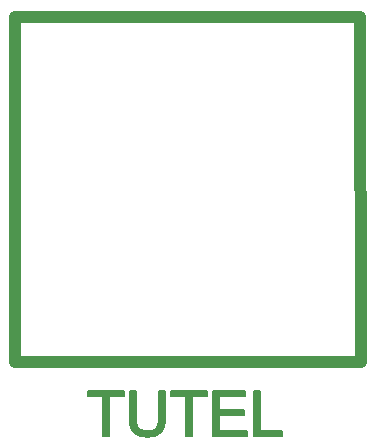
<source format=gbr>
%TF.GenerationSoftware,KiCad,Pcbnew,(6.0.4)*%
%TF.CreationDate,2022-04-30T20:49:41+02:00*%
%TF.ProjectId,switchplate,73776974-6368-4706-9c61-74652e6b6963,rev?*%
%TF.SameCoordinates,Original*%
%TF.FileFunction,Legend,Top*%
%TF.FilePolarity,Positive*%
%FSLAX46Y46*%
G04 Gerber Fmt 4.6, Leading zero omitted, Abs format (unit mm)*
G04 Created by KiCad (PCBNEW (6.0.4)) date 2022-04-30 20:49:41*
%MOMM*%
%LPD*%
G01*
G04 APERTURE LIST*
%ADD10C,1.000000*%
%ADD11C,0.132499*%
%ADD12C,3.800000*%
%ADD13C,2.600000*%
G04 APERTURE END LIST*
D10*
X135890000Y-79630000D02*
X135880000Y-108890000D01*
D11*
G36*
X155406502Y-111779127D02*
G01*
X153168915Y-111779127D01*
X153168915Y-112939260D01*
X155264390Y-112939260D01*
X155264390Y-113383672D01*
X153168915Y-113383672D01*
X153168915Y-114672994D01*
X155494347Y-114672994D01*
X155494347Y-115119993D01*
X152667656Y-115120000D01*
X152667656Y-111332128D01*
X155406502Y-111332128D01*
X155406502Y-111779127D01*
G37*
X155406502Y-111779127D02*
X153168915Y-111779127D01*
X153168915Y-112939260D01*
X155264390Y-112939260D01*
X155264390Y-113383672D01*
X153168915Y-113383672D01*
X153168915Y-114672994D01*
X155494347Y-114672994D01*
X155494347Y-115119993D01*
X152667656Y-115120000D01*
X152667656Y-111332128D01*
X155406502Y-111332128D01*
X155406502Y-111779127D01*
D10*
X165140000Y-79640000D02*
X135890000Y-79630000D01*
X135880000Y-108890000D02*
X165140000Y-108900000D01*
D11*
G36*
X156667405Y-114672994D02*
G01*
X158532920Y-114672994D01*
X158532920Y-115119993D01*
X156166146Y-115120000D01*
X156166146Y-111332128D01*
X156667405Y-111332128D01*
X156667405Y-114672994D01*
G37*
X156667405Y-114672994D02*
X158532920Y-114672994D01*
X158532920Y-115119993D01*
X156166146Y-115120000D01*
X156166146Y-111332128D01*
X156667405Y-111332128D01*
X156667405Y-114672994D01*
G36*
X146112527Y-113518033D02*
G01*
X146113940Y-113637372D01*
X146118179Y-113748638D01*
X146125244Y-113851829D01*
X146135135Y-113946946D01*
X146147852Y-114033988D01*
X146163394Y-114112957D01*
X146172226Y-114149413D01*
X146181763Y-114183851D01*
X146192007Y-114216271D01*
X146202958Y-114246671D01*
X146215090Y-114275325D01*
X146228231Y-114303152D01*
X146242381Y-114330151D01*
X146257541Y-114356323D01*
X146273710Y-114381666D01*
X146290888Y-114406183D01*
X146309075Y-114429871D01*
X146328272Y-114452733D01*
X146348478Y-114474766D01*
X146369693Y-114495972D01*
X146391918Y-114516350D01*
X146415152Y-114535900D01*
X146439395Y-114554623D01*
X146464648Y-114572518D01*
X146490910Y-114589585D01*
X146518182Y-114605825D01*
X146546665Y-114621156D01*
X146575915Y-114635498D01*
X146605932Y-114648851D01*
X146636716Y-114661214D01*
X146668266Y-114672589D01*
X146700584Y-114682974D01*
X146733669Y-114692370D01*
X146767521Y-114700777D01*
X146802140Y-114708195D01*
X146837526Y-114714624D01*
X146873679Y-114720064D01*
X146910599Y-114724515D01*
X146948286Y-114727976D01*
X146986740Y-114730449D01*
X147025961Y-114731933D01*
X147065949Y-114732427D01*
X147133825Y-114731448D01*
X147199217Y-114728511D01*
X147262126Y-114723616D01*
X147322553Y-114716763D01*
X147380497Y-114707952D01*
X147435958Y-114697182D01*
X147488936Y-114684455D01*
X147539432Y-114669770D01*
X147587444Y-114653126D01*
X147632974Y-114634525D01*
X147676021Y-114613965D01*
X147716585Y-114591447D01*
X147754666Y-114566971D01*
X147790264Y-114540537D01*
X147823380Y-114512144D01*
X147854012Y-114481794D01*
X147882485Y-114448658D01*
X147909121Y-114411908D01*
X147933920Y-114371546D01*
X147956882Y-114327570D01*
X147978007Y-114279982D01*
X147997295Y-114228780D01*
X148014746Y-114173964D01*
X148030360Y-114115536D01*
X148044137Y-114053495D01*
X148056078Y-113987840D01*
X148066181Y-113918572D01*
X148074447Y-113845691D01*
X148080876Y-113769196D01*
X148085469Y-113689089D01*
X148088224Y-113605368D01*
X148089143Y-113518033D01*
X148089143Y-111332128D01*
X148590402Y-111332128D01*
X148590402Y-113520620D01*
X148588383Y-113659702D01*
X148582328Y-113791436D01*
X148572235Y-113915822D01*
X148558105Y-114032859D01*
X148539938Y-114142549D01*
X148529341Y-114194639D01*
X148517734Y-114244891D01*
X148505118Y-114293307D01*
X148491492Y-114339886D01*
X148476857Y-114384628D01*
X148461213Y-114427534D01*
X148444247Y-114469036D01*
X148425645Y-114509570D01*
X148405409Y-114549135D01*
X148383538Y-114587731D01*
X148360031Y-114625358D01*
X148334890Y-114662016D01*
X148308114Y-114697705D01*
X148279702Y-114732425D01*
X148249656Y-114766176D01*
X148217974Y-114798959D01*
X148184657Y-114830772D01*
X148149706Y-114861616D01*
X148113119Y-114891491D01*
X148074896Y-114920397D01*
X148035039Y-114948334D01*
X147993546Y-114975301D01*
X147950732Y-115000645D01*
X147906262Y-115024353D01*
X147860137Y-115046427D01*
X147812356Y-115066865D01*
X147762921Y-115085669D01*
X147711830Y-115102837D01*
X147659084Y-115118370D01*
X147604682Y-115132268D01*
X147548625Y-115144531D01*
X147490913Y-115155159D01*
X147431546Y-115164152D01*
X147370523Y-115171510D01*
X147307845Y-115177233D01*
X147243512Y-115181321D01*
X147177523Y-115183773D01*
X147109879Y-115184591D01*
X147044103Y-115183874D01*
X146979841Y-115181724D01*
X146917093Y-115178141D01*
X146855859Y-115173125D01*
X146796139Y-115166676D01*
X146737933Y-115158793D01*
X146681241Y-115149478D01*
X146626062Y-115138729D01*
X146572398Y-115126546D01*
X146520248Y-115112931D01*
X146469611Y-115097883D01*
X146420488Y-115081401D01*
X146372880Y-115063486D01*
X146326785Y-115044138D01*
X146282204Y-115023356D01*
X146239137Y-115001142D01*
X146197583Y-114977575D01*
X146157544Y-114952736D01*
X146119019Y-114926626D01*
X146082008Y-114899244D01*
X146046511Y-114870590D01*
X146012527Y-114840664D01*
X145980058Y-114809466D01*
X145949103Y-114776997D01*
X145919661Y-114743256D01*
X145891734Y-114708243D01*
X145865320Y-114671958D01*
X145840420Y-114634401D01*
X145817034Y-114595573D01*
X145795162Y-114555472D01*
X145774804Y-114514100D01*
X145755960Y-114471456D01*
X145738439Y-114426865D01*
X145722048Y-114380296D01*
X145706788Y-114331748D01*
X145692658Y-114281222D01*
X145679659Y-114228719D01*
X145667789Y-114174237D01*
X145657051Y-114117776D01*
X145647442Y-114059338D01*
X145638964Y-113998922D01*
X145631616Y-113936527D01*
X145625399Y-113872154D01*
X145620312Y-113805804D01*
X145616355Y-113737475D01*
X145613529Y-113667168D01*
X145611834Y-113594883D01*
X145611268Y-113520620D01*
X145611268Y-111332128D01*
X146112527Y-111332128D01*
X146112527Y-113518033D01*
G37*
X146112527Y-113518033D02*
X146113940Y-113637372D01*
X146118179Y-113748638D01*
X146125244Y-113851829D01*
X146135135Y-113946946D01*
X146147852Y-114033988D01*
X146163394Y-114112957D01*
X146172226Y-114149413D01*
X146181763Y-114183851D01*
X146192007Y-114216271D01*
X146202958Y-114246671D01*
X146215090Y-114275325D01*
X146228231Y-114303152D01*
X146242381Y-114330151D01*
X146257541Y-114356323D01*
X146273710Y-114381666D01*
X146290888Y-114406183D01*
X146309075Y-114429871D01*
X146328272Y-114452733D01*
X146348478Y-114474766D01*
X146369693Y-114495972D01*
X146391918Y-114516350D01*
X146415152Y-114535900D01*
X146439395Y-114554623D01*
X146464648Y-114572518D01*
X146490910Y-114589585D01*
X146518182Y-114605825D01*
X146546665Y-114621156D01*
X146575915Y-114635498D01*
X146605932Y-114648851D01*
X146636716Y-114661214D01*
X146668266Y-114672589D01*
X146700584Y-114682974D01*
X146733669Y-114692370D01*
X146767521Y-114700777D01*
X146802140Y-114708195D01*
X146837526Y-114714624D01*
X146873679Y-114720064D01*
X146910599Y-114724515D01*
X146948286Y-114727976D01*
X146986740Y-114730449D01*
X147025961Y-114731933D01*
X147065949Y-114732427D01*
X147133825Y-114731448D01*
X147199217Y-114728511D01*
X147262126Y-114723616D01*
X147322553Y-114716763D01*
X147380497Y-114707952D01*
X147435958Y-114697182D01*
X147488936Y-114684455D01*
X147539432Y-114669770D01*
X147587444Y-114653126D01*
X147632974Y-114634525D01*
X147676021Y-114613965D01*
X147716585Y-114591447D01*
X147754666Y-114566971D01*
X147790264Y-114540537D01*
X147823380Y-114512144D01*
X147854012Y-114481794D01*
X147882485Y-114448658D01*
X147909121Y-114411908D01*
X147933920Y-114371546D01*
X147956882Y-114327570D01*
X147978007Y-114279982D01*
X147997295Y-114228780D01*
X148014746Y-114173964D01*
X148030360Y-114115536D01*
X148044137Y-114053495D01*
X148056078Y-113987840D01*
X148066181Y-113918572D01*
X148074447Y-113845691D01*
X148080876Y-113769196D01*
X148085469Y-113689089D01*
X148088224Y-113605368D01*
X148089143Y-113518033D01*
X148089143Y-111332128D01*
X148590402Y-111332128D01*
X148590402Y-113520620D01*
X148588383Y-113659702D01*
X148582328Y-113791436D01*
X148572235Y-113915822D01*
X148558105Y-114032859D01*
X148539938Y-114142549D01*
X148529341Y-114194639D01*
X148517734Y-114244891D01*
X148505118Y-114293307D01*
X148491492Y-114339886D01*
X148476857Y-114384628D01*
X148461213Y-114427534D01*
X148444247Y-114469036D01*
X148425645Y-114509570D01*
X148405409Y-114549135D01*
X148383538Y-114587731D01*
X148360031Y-114625358D01*
X148334890Y-114662016D01*
X148308114Y-114697705D01*
X148279702Y-114732425D01*
X148249656Y-114766176D01*
X148217974Y-114798959D01*
X148184657Y-114830772D01*
X148149706Y-114861616D01*
X148113119Y-114891491D01*
X148074896Y-114920397D01*
X148035039Y-114948334D01*
X147993546Y-114975301D01*
X147950732Y-115000645D01*
X147906262Y-115024353D01*
X147860137Y-115046427D01*
X147812356Y-115066865D01*
X147762921Y-115085669D01*
X147711830Y-115102837D01*
X147659084Y-115118370D01*
X147604682Y-115132268D01*
X147548625Y-115144531D01*
X147490913Y-115155159D01*
X147431546Y-115164152D01*
X147370523Y-115171510D01*
X147307845Y-115177233D01*
X147243512Y-115181321D01*
X147177523Y-115183773D01*
X147109879Y-115184591D01*
X147044103Y-115183874D01*
X146979841Y-115181724D01*
X146917093Y-115178141D01*
X146855859Y-115173125D01*
X146796139Y-115166676D01*
X146737933Y-115158793D01*
X146681241Y-115149478D01*
X146626062Y-115138729D01*
X146572398Y-115126546D01*
X146520248Y-115112931D01*
X146469611Y-115097883D01*
X146420488Y-115081401D01*
X146372880Y-115063486D01*
X146326785Y-115044138D01*
X146282204Y-115023356D01*
X146239137Y-115001142D01*
X146197583Y-114977575D01*
X146157544Y-114952736D01*
X146119019Y-114926626D01*
X146082008Y-114899244D01*
X146046511Y-114870590D01*
X146012527Y-114840664D01*
X145980058Y-114809466D01*
X145949103Y-114776997D01*
X145919661Y-114743256D01*
X145891734Y-114708243D01*
X145865320Y-114671958D01*
X145840420Y-114634401D01*
X145817034Y-114595573D01*
X145795162Y-114555472D01*
X145774804Y-114514100D01*
X145755960Y-114471456D01*
X145738439Y-114426865D01*
X145722048Y-114380296D01*
X145706788Y-114331748D01*
X145692658Y-114281222D01*
X145679659Y-114228719D01*
X145667789Y-114174237D01*
X145657051Y-114117776D01*
X145647442Y-114059338D01*
X145638964Y-113998922D01*
X145631616Y-113936527D01*
X145625399Y-113872154D01*
X145620312Y-113805804D01*
X145616355Y-113737475D01*
X145613529Y-113667168D01*
X145611834Y-113594883D01*
X145611268Y-113520620D01*
X145611268Y-111332128D01*
X146112527Y-111332128D01*
X146112527Y-113518033D01*
G36*
X145089334Y-111779134D02*
G01*
X143836191Y-111779134D01*
X143836191Y-115120000D01*
X143334932Y-115120000D01*
X143334932Y-111779134D01*
X142086946Y-111779134D01*
X142086946Y-111332136D01*
X145089334Y-111332136D01*
X145089334Y-111779134D01*
G37*
X145089334Y-111779134D02*
X143836191Y-111779134D01*
X143836191Y-115120000D01*
X143334932Y-115120000D01*
X143334932Y-111779134D01*
X142086946Y-111779134D01*
X142086946Y-111332136D01*
X145089334Y-111332136D01*
X145089334Y-111779134D01*
D10*
X165150000Y-108900000D02*
X165140000Y-79640000D01*
D11*
G36*
X152143151Y-111779134D02*
G01*
X150890000Y-111779134D01*
X150890000Y-115120000D01*
X150388741Y-115120000D01*
X150388741Y-111779134D01*
X149140756Y-111779134D01*
X149140756Y-111332136D01*
X152143151Y-111332136D01*
X152143151Y-111779134D01*
G37*
X152143151Y-111779134D02*
X150890000Y-111779134D01*
X150890000Y-115120000D01*
X150388741Y-115120000D01*
X150388741Y-111779134D01*
X149140756Y-111779134D01*
X149140756Y-111332136D01*
X152143151Y-111332136D01*
X152143151Y-111779134D01*
%LPC*%
D12*
%TO.C,REF\u002A\u002A*%
X206010000Y-81300000D03*
D13*
X206010000Y-81300000D03*
%TD*%
D12*
%TO.C,REF\u002A\u002A*%
X206010000Y-114300000D03*
D13*
X206010000Y-114300000D03*
%TD*%
%TO.C,REF\u002A\u002A*%
X95010000Y-81310000D03*
D12*
X95010000Y-81310000D03*
%TD*%
D13*
%TO.C,REF\u002A\u002A*%
X95010000Y-114300000D03*
D12*
X95010000Y-114300000D03*
%TD*%
M02*

</source>
